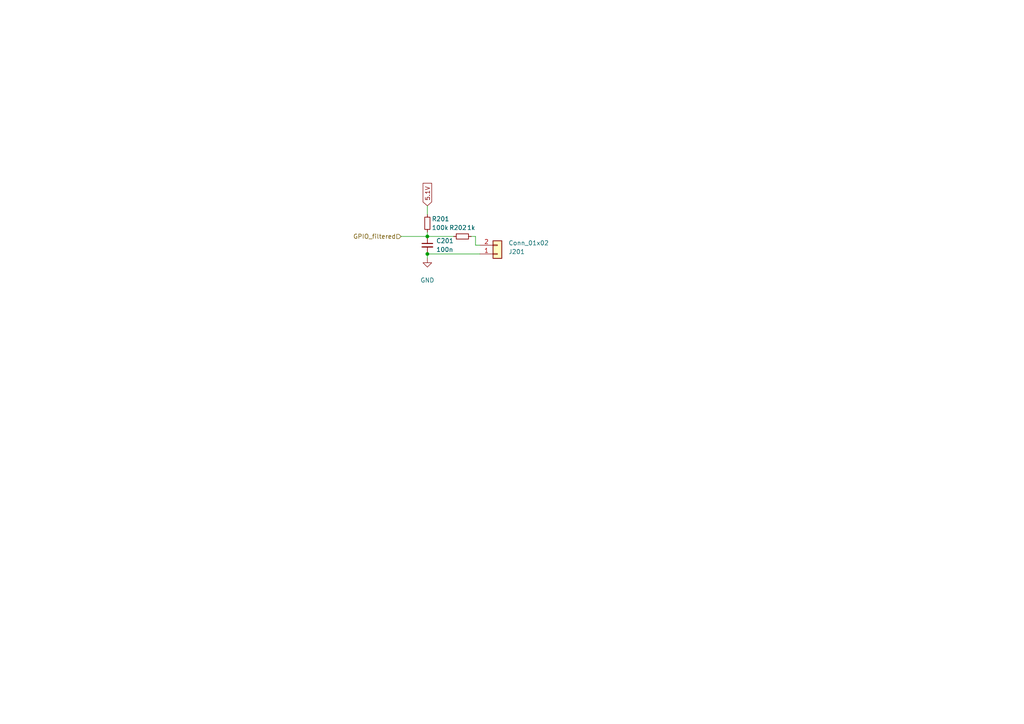
<source format=kicad_sch>
(kicad_sch (version 20230121) (generator eeschema)
  (paper "A4")
  (lib_symbols
    (symbol "Connector_Generic:Conn_01x02" (pin_names (offset 1.016) hide)
      (property "Reference" "J" (at 0 2.54 0))
      (property "Value" "Conn_01x02" (at 0 -5.08 0))
      (symbol "Conn_01x02_1_1"
        (rectangle (start -1.27 -2.413) (end 0 -2.667) (stroke (width 0.1524)))
        (rectangle (start -1.27 0.127) (end 0 -0.127) (stroke (width 0.1524)))
        (rectangle (start -1.27 1.27) (end 1.27 -3.81) (stroke (width 0.254)) (fill (type background)))
        (pin passive line (at -5.08 0 0) (length 3.81) (name "Pin_1") (number "1"))
        (pin passive line (at -5.08 -2.54 0) (length 3.81) (name "Pin_2") (number "2"))
      )
    )
    (symbol "Device:C_Small" (pin_numbers hide) (pin_names (offset 0.254) hide)
      (property "Reference" "C" (at 0.254 1.778 0))
      (property "Value" "C_Small" (at 0.254 -2.032 0))
      (symbol "C_Small_0_1"
        (polyline (pts (xy -1.524 -0.508) (xy 1.524 -0.508)) (stroke (width 0.3302)))
        (polyline (pts (xy -1.524 0.508) (xy 1.524 0.508)) (stroke (width 0.3048)))
      )
      (symbol "C_Small_1_1"
        (pin passive line (at 0 2.54 270) (length 2.032) (name "~") (number "1"))
        (pin passive line (at 0 -2.54 90) (length 2.032) (name "~") (number "2"))
      )
    )
    (symbol "Device:R_Small" (pin_numbers hide) (pin_names (offset 0.254) hide)
      (property "Reference" "R" (at 0.762 0.508 0))
      (property "Value" "R_Small" (at 0.762 -1.016 0))
      (symbol "R_Small_0_1"
        (rectangle (start -0.762 1.778) (end 0.762 -1.778) (stroke (width 0.2032)))
      )
      (symbol "R_Small_1_1"
        (pin passive line (at 0 2.54 270) (length 0.762) (name "~") (number "1"))
        (pin passive line (at 0 -2.54 90) (length 0.762) (name "~") (number "2"))
      )
    )
    (symbol "power:GND" (power) (pin_names (offset 0))
      (property "Value" "GND" (at 0 -3.81 0))
      (symbol "GND_0_1"
        (polyline (pts (xy 0 0) (xy 0 -1.27) (xy 1.27 -1.27) (xy 0 -2.54) (xy -1.27 -1.27) (xy 0 -1.27)))
      )
      (symbol "GND_1_1"
        (pin power_in line (at 0 0 270) (length 0) hide (name "GND") (number "1"))
      )
    )
  )
  (junction (at 123.952 68.58))
  (junction (at 123.952 73.66))
  (wire (pts (xy 123.952 68.58) (xy 131.572 68.58)))
  (wire (pts (xy 123.952 74.93) (xy 123.952 73.66)))
  (wire (pts (xy 123.952 68.58) (xy 116.332 68.58)))
  (wire (pts (xy 137.922 71.12) (xy 139.192 71.12)))
  (wire (pts (xy 136.652 68.58) (xy 137.922 68.58)))
  (wire (pts (xy 123.952 67.31) (xy 123.952 68.58)))
  (wire (pts (xy 123.952 59.69) (xy 123.952 62.23)))
  (wire (pts (xy 139.192 73.66) (xy 123.952 73.66)))
  (wire (pts (xy 137.922 68.58) (xy 137.922 71.12)))
  (global_label "5.1V" (shape input) (at 123.952 59.69 90) (property "Intersheetrefs" "${INTERSHEET_REFS}" (effects hide)))
  (hierarchical_label "GPIO_filtered" (shape input) (at 116.332 68.58 180))
  (symbol (lib_id "Device:C_Small") (at 123.952 71.12 0) (unit 1)
    (property "Reference" "C201" (at 126.492 69.8563 0) (effects (justify left)))
    (property "Value" "100n" (at 126.492 72.3963 0) (effects (justify left)))
    (property "Footprint" "Capacitor_SMD:C_0402_1005Metric" (effects hide))
    (instances (project "puissance" (path "" (reference "C201") (unit 1)) (path "" (reference "C301") (unit 1)) (path "" (reference "C501") (unit 1)) (path "" (reference "C401") (unit 1))) (project "puissanceok" (path "" (reference "C9") (unit 1))) (project "GPIO_filtering" (path "" (reference "C201") (unit 1))))
  )
  (symbol (lib_id "Device:R_Small") (at 123.952 64.77 0) (unit 1)
    (property "Reference" "R201" (at 125.222 63.5 0) (effects (justify left)))
    (property "Value" "100k" (at 125.222 66.04 0) (effects (justify left)))
    (property "Footprint" "Resistor_SMD:R_0402_1005Metric" (effects hide))
    (instances (project "puissance" (path "" (reference "R201") (unit 1)) (path "" (reference "R301") (unit 1)) (path "" (reference "R501") (unit 1)) (path "" (reference "R401") (unit 1))) (project "puissanceok" (path "" (reference "R7") (unit 1))) (project "GPIO_filtering" (path "" (reference "R201") (unit 1))))
  )
  (symbol (lib_id "Connector_Generic:Conn_01x02") (at 144.272 73.66 0) (mirror x) (unit 1)
    (property "Reference" "J201" (at 147.447 73.025 0) (effects (justify left)))
    (property "Value" "Conn_01x02" (at 147.447 70.485 0) (effects (justify left)))
    (instances (project "puissance" (path "" (reference "J201") (unit 1)) (path "" (reference "J301") (unit 1)) (path "" (reference "J501") (unit 1)) (path "" (reference "J401") (unit 1))) (project "puissanceok" (path "" (reference "J2") (unit 1))) (project "GPIO_filtering" (path "" (reference "J201") (unit 1))))
  )
  (symbol (lib_id "power:GND") (at 123.952 74.93 0) (unit 1)
    (property "Reference" "#PWR0201" (effects hide))
    (property "Value" "GND" (at 123.952 81.28 0))
    (instances (project "puissance" (path "" (reference "#PWR0201") (unit 1)) (path "" (reference "#PWR0301") (unit 1)) (path "" (reference "#PWR0401") (unit 1)) (path "" (reference "#PWR0501") (unit 1))) (project "puissanceok" (path "" (reference "#PWR011") (unit 1))) (project "GPIO_filtering" (path "" (reference "#PWR0201") (unit 1))))
  )
  (symbol (lib_id "Device:R_Small") (at 134.112 68.58 90) (unit 1)
    (property "Reference" "R202" (at 132.842 66.04 90))
    (property "Value" "1k" (at 136.652 66.04 90))
    (property "Footprint" "Resistor_SMD:R_0402_1005Metric" (effects hide))
    (instances (project "puissance" (path "" (reference "R202") (unit 1)) (path "" (reference "R302") (unit 1)) (path "" (reference "R502") (unit 1)) (path "" (reference "R402") (unit 1))) (project "puissanceok" (path "" (reference "R8") (unit 1))) (project "GPIO_filtering" (path "" (reference "R202") (unit 1))))
  )
)
</source>
